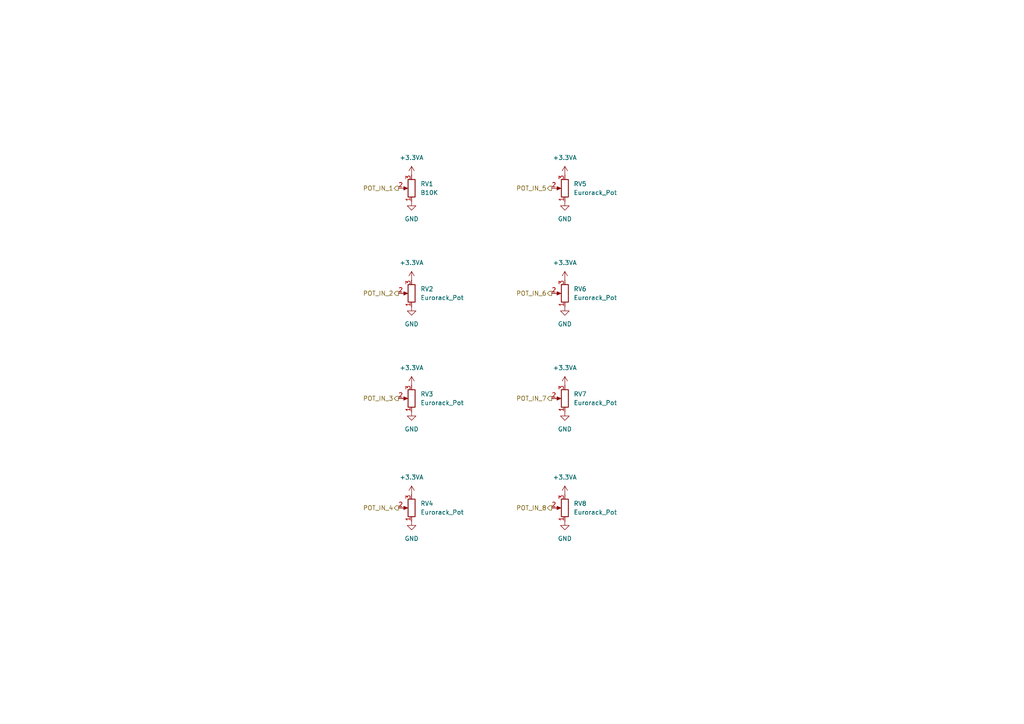
<source format=kicad_sch>
(kicad_sch (version 20250114) (generator "eeschema") (generator_version "9.0")
  (paper "A4")
  (lib_symbols
    (symbol "Lichen:Potentiometer" (pin_names (offset 1.016) (hide yes))
      (property "Reference" "RV1" (at -2.54 -1.2701 0))
      (property "Value" "B10K" (at -2.54 1.2699 0))
      (symbol "Potentiometer_0_1"
        (rectangle (start 1.016 2.54) (end -1.016 -2.54) (stroke (width 0.254)))
        (polyline (pts (xy 1.143 0) (xy 2.286 0.508) (xy 2.286 -0.508) (xy 1.143 0)) (fill (type outline)))
        (polyline (pts (xy 2.54 0) (xy 1.524 0)))
      )
      (symbol "Potentiometer_1_1"
        (pin passive line (at 0 3.81 270) (length 1.27) (name "1") (number "1"))
        (pin passive line (at 0 -3.81 90) (length 1.27) (name "3") (number "3"))
        (pin passive line (at 3.81 0 180) (length 1.27) (name "2") (number "2"))
      )
    )
    (symbol "power:+3.3VA" (power) (pin_numbers (hide yes)) (pin_names (offset 0) (hide yes))
      (property "Value" "+3.3VA" (at 0 3.556 0))
      (symbol "+3.3VA_0_1"
        (polyline (pts (xy -0.762 1.27) (xy 0 2.54)))
        (polyline (pts (xy 0 2.54) (xy 0.762 1.27)))
        (polyline (pts (xy 0 0) (xy 0 2.54)))
      )
      (symbol "+3.3VA_1_1"
        (pin power_in line (at 0 0 90) (length 0) (name "~") (number "1"))
      )
    )
    (symbol "power:GND" (power) (pin_numbers (hide yes)) (pin_names (offset 0) (hide yes))
      (property "Value" "GND" (at 0 -3.81 0))
      (symbol "GND_0_1"
        (polyline (pts (xy 0 0) (xy 0 -1.27) (xy 1.27 -1.27) (xy 0 -2.54) (xy -1.27 -1.27) (xy 0 -1.27)))
      )
      (symbol "GND_1_1"
        (pin power_in line (at 0 0 270) (length 0) (name "~") (number "1"))
      )
    )
  )
  (hierarchical_label "POT_IN_6" (shape output) (at 160.02 85.09 180))
  (hierarchical_label "POT_IN_8" (shape output) (at 160.02 147.32 180))
  (hierarchical_label "POT_IN_4" (shape output) (at 115.57 147.32 180))
  (hierarchical_label "POT_IN_2" (shape output) (at 115.57 85.09 180))
  (hierarchical_label "POT_IN_7" (shape output) (at 160.02 115.57 180))
  (hierarchical_label "POT_IN_3" (shape output) (at 115.57 115.57 180))
  (hierarchical_label "POT_IN_5" (shape output) (at 160.02 54.61 180))
  (hierarchical_label "POT_IN_1" (shape output) (at 115.57 54.61 180))
  (symbol (lib_id "power:GND") (at 163.83 88.9 0) (unit 1)
    (property "Reference" "#PWR061" (effects (hide yes)))
    (property "Value" "GND" (at 163.83 93.98 0))
    (property "Description" "Power symbol creates a global label with name \"GND\" , ground" (effects (hide yes)))
  )
  (symbol (lib_id "power:GND") (at 119.38 88.9 0) (unit 1)
    (property "Reference" "#PWR053" (effects (hide yes)))
    (property "Value" "GND" (at 119.38 93.98 0))
    (property "Description" "Power symbol creates a global label with name \"GND\" , ground" (effects (hide yes)))
  )
  (symbol (lib_id "power:+3.3VA") (at 163.83 50.8 0) (unit 1)
    (property "Reference" "#PWR058" (effects (hide yes)))
    (property "Value" "+3.3VA" (at 163.83 45.72 0))
    (property "Description" "Power symbol creates a global label with name \"+3.3VA\"" (effects (hide yes)))
  )
  (symbol (lib_id "power:+3.3VA") (at 119.38 81.28 0) (unit 1)
    (property "Reference" "#PWR052" (effects (hide yes)))
    (property "Value" "+3.3VA" (at 119.38 76.2 0))
    (property "Description" "Power symbol creates a global label with name \"+3.3VA\"" (effects (hide yes)))
  )
  (symbol (lib_id "Lichen:Potentiometer") (at 119.38 54.61 180) (unit 1)
    (property "Reference" "RV1" (at 121.92 53.3399 0) (effects (justify right)))
    (property "Value" "B10K" (at 121.92 55.8799 0) (effects (justify right)))
    (property "Footprint" "Lichen:Potentiometer_Alpha_RD901_Eurorack" (effects (hide yes)))
    (property "Datasheet" "https://www.thonk.co.uk/wp-content/uploads/2017/12/Alpha-9mm-Vertical-T18-RD901F-40-15K-B50K-0057.pdf" (effects (hide yes)))
    (property "Description" "Alpha RD901 Vertical Snap-In Potentiometer" (effects (hide yes)))
    (property "Part Number" "RD901F-40" (effects (hide yes)))
    (property "Manufacturer" "Taiwan Alpha Electronic" (effects (hide yes)))
  )
  (symbol (lib_id "power:GND") (at 163.83 151.13 0) (unit 1)
    (property "Reference" "#PWR065" (effects (hide yes)))
    (property "Value" "GND" (at 163.83 156.21 0))
    (property "Description" "Power symbol creates a global label with name \"GND\" , ground" (effects (hide yes)))
  )
  (symbol (lib_id "Lichen:Potentiometer") (at 119.38 115.57 180) (unit 1)
    (property "Reference" "RV3" (at 121.92 114.2999 0) (effects (justify right)))
    (property "Value" "Eurorack_Pot" (at 121.92 116.8399 0) (effects (justify right)))
    (property "Footprint" "Lichen:Potentiometer_Alpha_RD901_Eurorack" (effects (hide yes)))
    (property "Datasheet" "https://www.thonk.co.uk/wp-content/uploads/2017/12/Alpha-9mm-Vertical-T18-RD901F-40-15K-B50K-0057.pdf" (effects (hide yes)))
    (property "Description" "Alpha RD901 Vertical Snap-In Potentiometer" (effects (hide yes)))
    (property "MPN" "R0904N-???? L-25KQ/LWS" (effects (hide yes)))
    (property "Part Number" "RD901F-40" (effects (hide yes)))
    (property "Manufacturer" "Taiwan Alpha Electronic" (effects (hide yes)))
  )
  (symbol (lib_id "power:GND") (at 119.38 119.38 0) (unit 1)
    (property "Reference" "#PWR055" (effects (hide yes)))
    (property "Value" "GND" (at 119.38 124.46 0))
    (property "Description" "Power symbol creates a global label with name \"GND\" , ground" (effects (hide yes)))
  )
  (symbol (lib_id "power:+3.3VA") (at 163.83 111.76 0) (unit 1)
    (property "Reference" "#PWR062" (effects (hide yes)))
    (property "Value" "+3.3VA" (at 163.83 106.68 0))
    (property "Description" "Power symbol creates a global label with name \"+3.3VA\"" (effects (hide yes)))
  )
  (symbol (lib_id "power:GND") (at 163.83 58.42 0) (unit 1)
    (property "Reference" "#PWR059" (effects (hide yes)))
    (property "Value" "GND" (at 163.83 63.5 0))
    (property "Description" "Power symbol creates a global label with name \"GND\" , ground" (effects (hide yes)))
  )
  (symbol (lib_id "Lichen:Potentiometer") (at 163.83 85.09 180) (unit 1)
    (property "Reference" "RV6" (at 166.37 83.8199 0) (effects (justify right)))
    (property "Value" "Eurorack_Pot" (at 166.37 86.3599 0) (effects (justify right)))
    (property "Footprint" "Lichen:Potentiometer_Alpha_RD901_Eurorack" (effects (hide yes)))
    (property "Datasheet" "https://www.thonk.co.uk/wp-content/uploads/2017/12/Alpha-9mm-Vertical-T18-RD901F-40-15K-B50K-0057.pdf" (effects (hide yes)))
    (property "Description" "Alpha RD901 Vertical Snap-In Potentiometer" (effects (hide yes)))
    (property "MPN" "R0904N-???? L-25KQ/LWS" (effects (hide yes)))
    (property "Part Number" "RD901F-40" (effects (hide yes)))
    (property "Manufacturer" "Taiwan Alpha Electronic" (effects (hide yes)))
  )
  (symbol (lib_id "power:GND") (at 119.38 58.42 0) (unit 1)
    (property "Reference" "#PWR051" (effects (hide yes)))
    (property "Value" "GND" (at 119.38 63.5 0))
    (property "Description" "Power symbol creates a global label with name \"GND\" , ground" (effects (hide yes)))
  )
  (symbol (lib_id "Lichen:Potentiometer") (at 119.38 147.32 180) (unit 1)
    (property "Reference" "RV4" (at 121.92 146.0499 0) (effects (justify right)))
    (property "Value" "Eurorack_Pot" (at 121.92 148.5899 0) (effects (justify right)))
    (property "Footprint" "Lichen:Potentiometer_Alpha_RD901_Eurorack" (effects (hide yes)))
    (property "Datasheet" "https://www.thonk.co.uk/wp-content/uploads/2017/12/Alpha-9mm-Vertical-T18-RD901F-40-15K-B50K-0057.pdf" (effects (hide yes)))
    (property "Description" "Alpha RD901 Vertical Snap-In Potentiometer" (effects (hide yes)))
    (property "MPN" "R0904N-???? L-25KQ/LWS" (effects (hide yes)))
    (property "Part Number" "RD901F-40" (effects (hide yes)))
    (property "Manufacturer" "Taiwan Alpha Electronic" (effects (hide yes)))
  )
  (symbol (lib_id "power:+3.3VA") (at 119.38 50.8 0) (unit 1)
    (property "Reference" "#PWR050" (effects (hide yes)))
    (property "Value" "+3.3VA" (at 119.38 45.72 0))
    (property "Description" "Power symbol creates a global label with name \"+3.3VA\"" (effects (hide yes)))
  )
  (symbol (lib_id "power:GND") (at 119.38 151.13 0) (unit 1)
    (property "Reference" "#PWR057" (effects (hide yes)))
    (property "Value" "GND" (at 119.38 156.21 0))
    (property "Description" "Power symbol creates a global label with name \"GND\" , ground" (effects (hide yes)))
  )
  (symbol (lib_id "Lichen:Potentiometer") (at 163.83 54.61 180) (unit 1)
    (property "Reference" "RV5" (at 166.37 53.3399 0) (effects (justify right)))
    (property "Value" "Eurorack_Pot" (at 166.37 55.8799 0) (effects (justify right)))
    (property "Footprint" "Lichen:Potentiometer_Alpha_RD901_Eurorack" (effects (hide yes)))
    (property "Datasheet" "https://www.thonk.co.uk/wp-content/uploads/2017/12/Alpha-9mm-Vertical-T18-RD901F-40-15K-B50K-0057.pdf" (effects (hide yes)))
    (property "Description" "Alpha RD901 Vertical Snap-In Potentiometer" (effects (hide yes)))
    (property "MPN" "R0904N-???? L-25KQ/LWS" (effects (hide yes)))
    (property "Part Number" "RD901F-40" (effects (hide yes)))
    (property "Manufacturer" "Taiwan Alpha Electronic" (effects (hide yes)))
  )
  (symbol (lib_id "Lichen:Potentiometer") (at 163.83 147.32 180) (unit 1)
    (property "Reference" "RV8" (at 166.37 146.0499 0) (effects (justify right)))
    (property "Value" "Eurorack_Pot" (at 166.37 148.5899 0) (effects (justify right)))
    (property "Footprint" "Lichen:Potentiometer_Alpha_RD901_Eurorack" (effects (hide yes)))
    (property "Datasheet" "https://www.thonk.co.uk/wp-content/uploads/2017/12/Alpha-9mm-Vertical-T18-RD901F-40-15K-B50K-0057.pdf" (effects (hide yes)))
    (property "Description" "Alpha RD901 Vertical Snap-In Potentiometer" (effects (hide yes)))
    (property "MPN" "R0904N-???? L-25KQ/LWS" (effects (hide yes)))
    (property "Part Number" "RD901F-40" (effects (hide yes)))
    (property "Manufacturer" "Taiwan Alpha Electronic" (effects (hide yes)))
  )
  (symbol (lib_id "power:+3.3VA") (at 119.38 111.76 0) (unit 1)
    (property "Reference" "#PWR054" (effects (hide yes)))
    (property "Value" "+3.3VA" (at 119.38 106.68 0))
    (property "Description" "Power symbol creates a global label with name \"+3.3VA\"" (effects (hide yes)))
  )
  (symbol (lib_id "Lichen:Potentiometer") (at 119.38 85.09 180) (unit 1)
    (property "Reference" "RV2" (at 121.92 83.8199 0) (effects (justify right)))
    (property "Value" "Eurorack_Pot" (at 121.92 86.3599 0) (effects (justify right)))
    (property "Footprint" "Lichen:Potentiometer_Alpha_RD901_Eurorack" (effects (hide yes)))
    (property "Datasheet" "https://www.thonk.co.uk/wp-content/uploads/2017/12/Alpha-9mm-Vertical-T18-RD901F-40-15K-B50K-0057.pdf" (effects (hide yes)))
    (property "Description" "Alpha RD901 Vertical Snap-In Potentiometer" (effects (hide yes)))
    (property "MPN" "R0904N-???? L-25KQ/LWS" (effects (hide yes)))
    (property "Part Number" "RD901F-40" (effects (hide yes)))
    (property "Manufacturer" "Taiwan Alpha Electronic" (effects (hide yes)))
  )
  (symbol (lib_id "power:GND") (at 163.83 119.38 0) (unit 1)
    (property "Reference" "#PWR063" (effects (hide yes)))
    (property "Value" "GND" (at 163.83 124.46 0))
    (property "Description" "Power symbol creates a global label with name \"GND\" , ground" (effects (hide yes)))
  )
  (symbol (lib_id "Lichen:Potentiometer") (at 163.83 115.57 180) (unit 1)
    (property "Reference" "RV7" (at 166.37 114.2999 0) (effects (justify right)))
    (property "Value" "Eurorack_Pot" (at 166.37 116.8399 0) (effects (justify right)))
    (property "Footprint" "Lichen:Potentiometer_Alpha_RD901_Eurorack" (effects (hide yes)))
    (property "Datasheet" "https://www.thonk.co.uk/wp-content/uploads/2017/12/Alpha-9mm-Vertical-T18-RD901F-40-15K-B50K-0057.pdf" (effects (hide yes)))
    (property "Description" "Alpha RD901 Vertical Snap-In Potentiometer" (effects (hide yes)))
    (property "MPN" "R0904N-???? L-25KQ/LWS" (effects (hide yes)))
    (property "Part Number" "RD901F-40" (effects (hide yes)))
    (property "Manufacturer" "Taiwan Alpha Electronic" (effects (hide yes)))
  )
  (symbol (lib_id "power:+3.3VA") (at 119.38 143.51 0) (unit 1)
    (property "Reference" "#PWR056" (effects (hide yes)))
    (property "Value" "+3.3VA" (at 119.38 138.43 0))
    (property "Description" "Power symbol creates a global label with name \"+3.3VA\"" (effects (hide yes)))
  )
  (symbol (lib_id "power:+3.3VA") (at 163.83 81.28 0) (unit 1)
    (property "Reference" "#PWR060" (effects (hide yes)))
    (property "Value" "+3.3VA" (at 163.83 76.2 0))
    (property "Description" "Power symbol creates a global label with name \"+3.3VA\"" (effects (hide yes)))
  )
  (symbol (lib_id "power:+3.3VA") (at 163.83 143.51 0) (unit 1)
    (property "Reference" "#PWR064" (effects (hide yes)))
    (property "Value" "+3.3VA" (at 163.83 138.43 0))
    (property "Description" "Power symbol creates a global label with name \"+3.3VA\"" (effects (hide yes)))
  )
)
</source>
